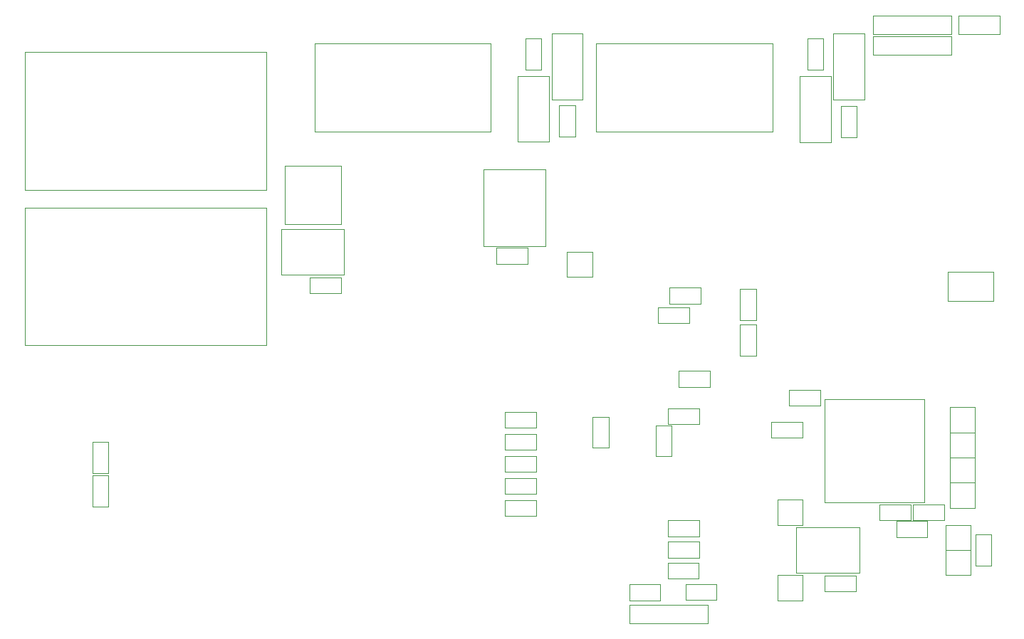
<source format=gbr>
G04 #@! TF.GenerationSoftware,KiCad,Pcbnew,5.1.4*
G04 #@! TF.CreationDate,2019-10-26T17:37:43-03:00*
G04 #@! TF.ProjectId,MCB19,4d434231-392e-46b6-9963-61645f706362,rev?*
G04 #@! TF.SameCoordinates,Original*
G04 #@! TF.FileFunction,Other,User*
%FSLAX46Y46*%
G04 Gerber Fmt 4.6, Leading zero omitted, Abs format (unit mm)*
G04 Created by KiCad (PCBNEW 5.1.4) date 2019-10-26 17:37:43*
%MOMM*%
%LPD*%
G04 APERTURE LIST*
%ADD10C,0.050000*%
G04 APERTURE END LIST*
D10*
X144050000Y-80300000D02*
X151450000Y-80300000D01*
X144050000Y-85700000D02*
X144050000Y-80300000D01*
X151450000Y-85700000D02*
X144050000Y-85700000D01*
X151450000Y-80300000D02*
X151450000Y-85700000D01*
X151100000Y-72800000D02*
X144400000Y-72800000D01*
X151100000Y-79700000D02*
X151100000Y-72800000D01*
X144400000Y-79700000D02*
X151100000Y-79700000D01*
X144400000Y-72800000D02*
X144400000Y-79700000D01*
X208579000Y-112866000D02*
X208579000Y-100566000D01*
X220479000Y-112866000D02*
X220479000Y-100566000D01*
X208579000Y-112866000D02*
X220479000Y-112866000D01*
X208579000Y-100566000D02*
X220479000Y-100566000D01*
X174325000Y-107300000D02*
X170625000Y-107300000D01*
X174325000Y-109200000D02*
X174325000Y-107300000D01*
X170625000Y-109200000D02*
X174325000Y-109200000D01*
X170625000Y-107300000D02*
X170625000Y-109200000D01*
X169625000Y-84450000D02*
X173325000Y-84450000D01*
X169625000Y-82550000D02*
X169625000Y-84450000D01*
X173325000Y-82550000D02*
X169625000Y-82550000D01*
X173325000Y-84450000D02*
X173325000Y-82550000D01*
X147400000Y-87950000D02*
X151100000Y-87950000D01*
X147400000Y-86050000D02*
X147400000Y-87950000D01*
X151100000Y-86050000D02*
X147400000Y-86050000D01*
X151100000Y-87950000D02*
X151100000Y-86050000D01*
X113500000Y-59250000D02*
X142280000Y-59250000D01*
X142280000Y-59250000D02*
X142280000Y-75650000D01*
X142280000Y-75650000D02*
X113500000Y-75650000D01*
X113500000Y-75650000D02*
X113500000Y-59250000D01*
X113500000Y-77750000D02*
X142280000Y-77750000D01*
X142280000Y-77750000D02*
X142280000Y-94150000D01*
X142280000Y-94150000D02*
X113500000Y-94150000D01*
X113500000Y-94150000D02*
X113500000Y-77750000D01*
X175450000Y-82330000D02*
X168050000Y-82330000D01*
X175450000Y-73170000D02*
X175450000Y-82330000D01*
X168050000Y-73170000D02*
X175450000Y-73170000D01*
X168050000Y-82330000D02*
X168050000Y-73170000D01*
X121550000Y-109625000D02*
X121550000Y-113325000D01*
X123450000Y-109625000D02*
X121550000Y-109625000D01*
X123450000Y-113325000D02*
X123450000Y-109625000D01*
X121550000Y-113325000D02*
X123450000Y-113325000D01*
X123450000Y-109350000D02*
X123450000Y-105650000D01*
X121550000Y-109350000D02*
X123450000Y-109350000D01*
X121550000Y-105650000D02*
X121550000Y-109350000D01*
X123450000Y-105650000D02*
X121550000Y-105650000D01*
X174325000Y-104675000D02*
X170625000Y-104675000D01*
X174325000Y-106575000D02*
X174325000Y-104675000D01*
X170625000Y-106575000D02*
X174325000Y-106575000D01*
X170625000Y-104675000D02*
X170625000Y-106575000D01*
X170625000Y-114450000D02*
X174325000Y-114450000D01*
X170625000Y-112550000D02*
X170625000Y-114450000D01*
X174325000Y-112550000D02*
X170625000Y-112550000D01*
X174325000Y-114450000D02*
X174325000Y-112550000D01*
X174325000Y-102050000D02*
X170625000Y-102050000D01*
X174325000Y-103950000D02*
X174325000Y-102050000D01*
X170625000Y-103950000D02*
X174325000Y-103950000D01*
X170625000Y-102050000D02*
X170625000Y-103950000D01*
X170625000Y-111825000D02*
X174325000Y-111825000D01*
X170625000Y-109925000D02*
X170625000Y-111825000D01*
X174325000Y-109925000D02*
X170625000Y-109925000D01*
X174325000Y-111825000D02*
X174325000Y-109925000D01*
X210550000Y-65675000D02*
X210550000Y-69375000D01*
X212450000Y-65675000D02*
X210550000Y-65675000D01*
X212450000Y-69375000D02*
X212450000Y-65675000D01*
X210550000Y-69375000D02*
X212450000Y-69375000D01*
X208450000Y-57650000D02*
X206550000Y-57650000D01*
X206550000Y-57650000D02*
X206550000Y-61350000D01*
X206550000Y-61350000D02*
X208450000Y-61350000D01*
X208450000Y-61350000D02*
X208450000Y-57650000D01*
X205650000Y-62130000D02*
X205650000Y-69970000D01*
X209350000Y-62130000D02*
X205650000Y-62130000D01*
X209350000Y-69970000D02*
X209350000Y-62130000D01*
X205650000Y-69970000D02*
X209350000Y-69970000D01*
X213350000Y-57030000D02*
X209650000Y-57030000D01*
X209650000Y-57030000D02*
X209650000Y-64870000D01*
X209650000Y-64870000D02*
X213350000Y-64870000D01*
X213350000Y-64870000D02*
X213350000Y-57030000D01*
X214350000Y-59600000D02*
X223650000Y-59600000D01*
X223650000Y-59600000D02*
X223650000Y-57400000D01*
X223650000Y-57400000D02*
X214350000Y-57400000D01*
X214350000Y-57400000D02*
X214350000Y-59600000D01*
X181474000Y-58250000D02*
X202434000Y-58250000D01*
X202434000Y-58250000D02*
X202434000Y-68750000D01*
X202434000Y-68750000D02*
X181474000Y-68750000D01*
X181474000Y-68750000D02*
X181474000Y-58250000D01*
X193650000Y-121900000D02*
X193650000Y-120000000D01*
X193650000Y-120000000D02*
X189950000Y-120000000D01*
X189950000Y-120000000D02*
X189950000Y-121900000D01*
X189950000Y-121900000D02*
X193650000Y-121900000D01*
X198550000Y-95375000D02*
X200450000Y-95375000D01*
X200450000Y-95375000D02*
X200450000Y-91675000D01*
X200450000Y-91675000D02*
X198550000Y-91675000D01*
X198550000Y-91675000D02*
X198550000Y-95375000D01*
X193850000Y-89200000D02*
X193850000Y-87300000D01*
X193850000Y-87300000D02*
X190150000Y-87300000D01*
X190150000Y-87300000D02*
X190150000Y-89200000D01*
X190150000Y-89200000D02*
X193850000Y-89200000D01*
X188825000Y-89600000D02*
X188825000Y-91500000D01*
X188825000Y-91500000D02*
X192525000Y-91500000D01*
X192525000Y-91500000D02*
X192525000Y-89600000D01*
X192525000Y-89600000D02*
X188825000Y-89600000D01*
X179850000Y-57030000D02*
X176150000Y-57030000D01*
X176150000Y-57030000D02*
X176150000Y-64870000D01*
X176150000Y-64870000D02*
X179850000Y-64870000D01*
X179850000Y-64870000D02*
X179850000Y-57030000D01*
X172150000Y-62080000D02*
X172150000Y-69920000D01*
X175850000Y-62080000D02*
X172150000Y-62080000D01*
X175850000Y-69920000D02*
X175850000Y-62080000D01*
X172150000Y-69920000D02*
X175850000Y-69920000D01*
X147974000Y-68750000D02*
X147974000Y-58250000D01*
X168934000Y-68750000D02*
X147974000Y-68750000D01*
X168934000Y-58250000D02*
X168934000Y-68750000D01*
X147974000Y-58250000D02*
X168934000Y-58250000D01*
X223250000Y-85400000D02*
X223250000Y-88900000D01*
X228650000Y-85400000D02*
X223250000Y-85400000D01*
X228650000Y-88900000D02*
X228650000Y-85400000D01*
X223250000Y-88900000D02*
X228650000Y-88900000D01*
X224550000Y-54880000D02*
X224550000Y-57120000D01*
X224550000Y-57120000D02*
X229450000Y-57120000D01*
X229450000Y-57120000D02*
X229450000Y-54880000D01*
X229450000Y-54880000D02*
X224550000Y-54880000D01*
X200450000Y-87415000D02*
X198550000Y-87415000D01*
X198550000Y-87415000D02*
X198550000Y-91115000D01*
X198550000Y-91115000D02*
X200450000Y-91115000D01*
X200450000Y-91115000D02*
X200450000Y-87415000D01*
X218850000Y-114950000D02*
X218850000Y-113050000D01*
X218850000Y-113050000D02*
X215150000Y-113050000D01*
X215150000Y-113050000D02*
X215150000Y-114950000D01*
X215150000Y-114950000D02*
X218850000Y-114950000D01*
X205974000Y-105126000D02*
X205974000Y-103226000D01*
X205974000Y-103226000D02*
X202274000Y-103226000D01*
X202274000Y-103226000D02*
X202274000Y-105126000D01*
X202274000Y-105126000D02*
X205974000Y-105126000D01*
X204424000Y-99416000D02*
X204424000Y-101316000D01*
X204424000Y-101316000D02*
X208124000Y-101316000D01*
X208124000Y-101316000D02*
X208124000Y-99416000D01*
X208124000Y-99416000D02*
X204424000Y-99416000D01*
X220850000Y-116950000D02*
X220850000Y-115050000D01*
X220850000Y-115050000D02*
X217150000Y-115050000D01*
X217150000Y-115050000D02*
X217150000Y-116950000D01*
X217150000Y-116950000D02*
X220850000Y-116950000D01*
X188550000Y-107350000D02*
X190450000Y-107350000D01*
X190450000Y-107350000D02*
X190450000Y-103650000D01*
X190450000Y-103650000D02*
X188550000Y-103650000D01*
X188550000Y-103650000D02*
X188550000Y-107350000D01*
X181050000Y-106350000D02*
X182950000Y-106350000D01*
X182950000Y-106350000D02*
X182950000Y-102650000D01*
X182950000Y-102650000D02*
X181050000Y-102650000D01*
X181050000Y-102650000D02*
X181050000Y-106350000D01*
X191246000Y-97174000D02*
X191246000Y-99074000D01*
X191246000Y-99074000D02*
X194946000Y-99074000D01*
X194946000Y-99074000D02*
X194946000Y-97174000D01*
X194946000Y-97174000D02*
X191246000Y-97174000D01*
X193676000Y-103519000D02*
X193676000Y-101619000D01*
X193676000Y-101619000D02*
X189976000Y-101619000D01*
X189976000Y-101619000D02*
X189976000Y-103519000D01*
X189976000Y-103519000D02*
X193676000Y-103519000D01*
X189100000Y-124500000D02*
X189100000Y-122600000D01*
X189100000Y-122600000D02*
X185400000Y-122600000D01*
X185400000Y-122600000D02*
X185400000Y-124500000D01*
X185400000Y-124500000D02*
X189100000Y-124500000D01*
X174950000Y-57650000D02*
X173050000Y-57650000D01*
X173050000Y-57650000D02*
X173050000Y-61350000D01*
X173050000Y-61350000D02*
X174950000Y-61350000D01*
X174950000Y-61350000D02*
X174950000Y-57650000D01*
X177050000Y-69325000D02*
X178950000Y-69325000D01*
X178950000Y-69325000D02*
X178950000Y-65625000D01*
X178950000Y-65625000D02*
X177050000Y-65625000D01*
X177050000Y-65625000D02*
X177050000Y-69325000D01*
X194700000Y-125050000D02*
X185400000Y-125050000D01*
X185400000Y-125050000D02*
X185400000Y-127250000D01*
X185400000Y-127250000D02*
X194700000Y-127250000D01*
X194700000Y-127250000D02*
X194700000Y-125050000D01*
X214350000Y-57100000D02*
X223650000Y-57100000D01*
X223650000Y-57100000D02*
X223650000Y-54900000D01*
X223650000Y-54900000D02*
X214350000Y-54900000D01*
X214350000Y-54900000D02*
X214350000Y-57100000D01*
X205270000Y-121200000D02*
X205270000Y-115800000D01*
X212730000Y-121200000D02*
X212730000Y-115800000D01*
X205270000Y-121200000D02*
X212730000Y-121200000D01*
X205270000Y-115800000D02*
X212730000Y-115800000D01*
X219150000Y-113050000D02*
X219150000Y-114950000D01*
X219150000Y-114950000D02*
X222850000Y-114950000D01*
X222850000Y-114950000D02*
X222850000Y-113050000D01*
X222850000Y-113050000D02*
X219150000Y-113050000D01*
X212350000Y-123450000D02*
X212350000Y-121550000D01*
X212350000Y-121550000D02*
X208650000Y-121550000D01*
X208650000Y-121550000D02*
X208650000Y-123450000D01*
X208650000Y-123450000D02*
X212350000Y-123450000D01*
X228450000Y-116650000D02*
X226550000Y-116650000D01*
X226550000Y-116650000D02*
X226550000Y-120350000D01*
X226550000Y-120350000D02*
X228450000Y-120350000D01*
X228450000Y-120350000D02*
X228450000Y-116650000D01*
X192070000Y-122550000D02*
X192070000Y-124450000D01*
X192070000Y-124450000D02*
X195770000Y-124450000D01*
X195770000Y-124450000D02*
X195770000Y-122550000D01*
X195770000Y-122550000D02*
X192070000Y-122550000D01*
X189976000Y-117494000D02*
X189976000Y-119394000D01*
X189976000Y-119394000D02*
X193676000Y-119394000D01*
X193676000Y-119394000D02*
X193676000Y-117494000D01*
X193676000Y-117494000D02*
X189976000Y-117494000D01*
X189976000Y-114954000D02*
X189976000Y-116854000D01*
X189976000Y-116854000D02*
X193676000Y-116854000D01*
X193676000Y-116854000D02*
X193676000Y-114954000D01*
X193676000Y-114954000D02*
X189976000Y-114954000D01*
X223500000Y-110500000D02*
X223500000Y-113500000D01*
X223500000Y-110500000D02*
X226500000Y-110500000D01*
X226500000Y-113500000D02*
X223500000Y-113500000D01*
X226500000Y-113500000D02*
X226500000Y-110500000D01*
X223500000Y-101500000D02*
X223500000Y-104500000D01*
X223500000Y-101500000D02*
X226500000Y-101500000D01*
X226500000Y-104500000D02*
X223500000Y-104500000D01*
X226500000Y-104500000D02*
X226500000Y-101500000D01*
X226000000Y-118500000D02*
X223000000Y-118500000D01*
X226000000Y-118500000D02*
X226000000Y-121500000D01*
X223000000Y-121500000D02*
X223000000Y-118500000D01*
X223000000Y-121500000D02*
X226000000Y-121500000D01*
X223000000Y-118500000D02*
X226000000Y-118500000D01*
X223000000Y-118500000D02*
X223000000Y-115500000D01*
X226000000Y-115500000D02*
X226000000Y-118500000D01*
X226000000Y-115500000D02*
X223000000Y-115500000D01*
X178000000Y-86000000D02*
X181000000Y-86000000D01*
X178000000Y-86000000D02*
X178000000Y-83000000D01*
X181000000Y-83000000D02*
X181000000Y-86000000D01*
X181000000Y-83000000D02*
X178000000Y-83000000D01*
X203000000Y-121500000D02*
X203000000Y-124500000D01*
X203000000Y-121500000D02*
X206000000Y-121500000D01*
X206000000Y-124500000D02*
X203000000Y-124500000D01*
X206000000Y-124500000D02*
X206000000Y-121500000D01*
X223500000Y-104500000D02*
X223500000Y-107500000D01*
X223500000Y-104500000D02*
X226500000Y-104500000D01*
X226500000Y-107500000D02*
X223500000Y-107500000D01*
X226500000Y-107500000D02*
X226500000Y-104500000D01*
X223500000Y-107500000D02*
X223500000Y-110500000D01*
X223500000Y-107500000D02*
X226500000Y-107500000D01*
X226500000Y-110500000D02*
X223500000Y-110500000D01*
X226500000Y-110500000D02*
X226500000Y-107500000D01*
X203000000Y-112500000D02*
X203000000Y-115500000D01*
X203000000Y-112500000D02*
X206000000Y-112500000D01*
X206000000Y-115500000D02*
X203000000Y-115500000D01*
X206000000Y-115500000D02*
X206000000Y-112500000D01*
M02*

</source>
